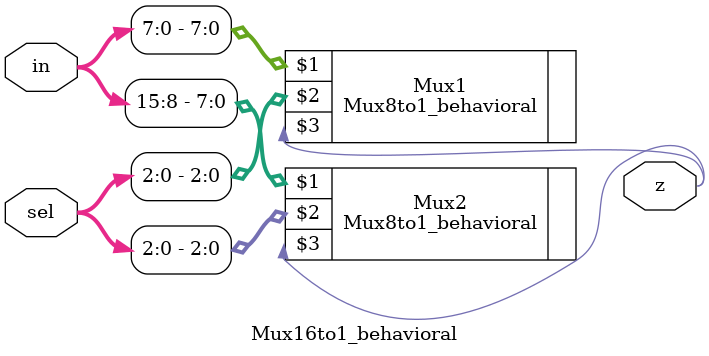
<source format=v>
module Mux16to1_behavioral(
			   input [15:0] in,
			   input [3:0] sel,
			   output reg z);

//instantiating the moduke by order list to Mux8to1

Mux8to1_behavioral Mux1(in[7:0],sel[2:0], z); // for select line 0 to 7 
Mux8to1_behavioral Mux2(in[15:8],sel[2:0],z); // for select line 8 to 15
endmodule
</source>
